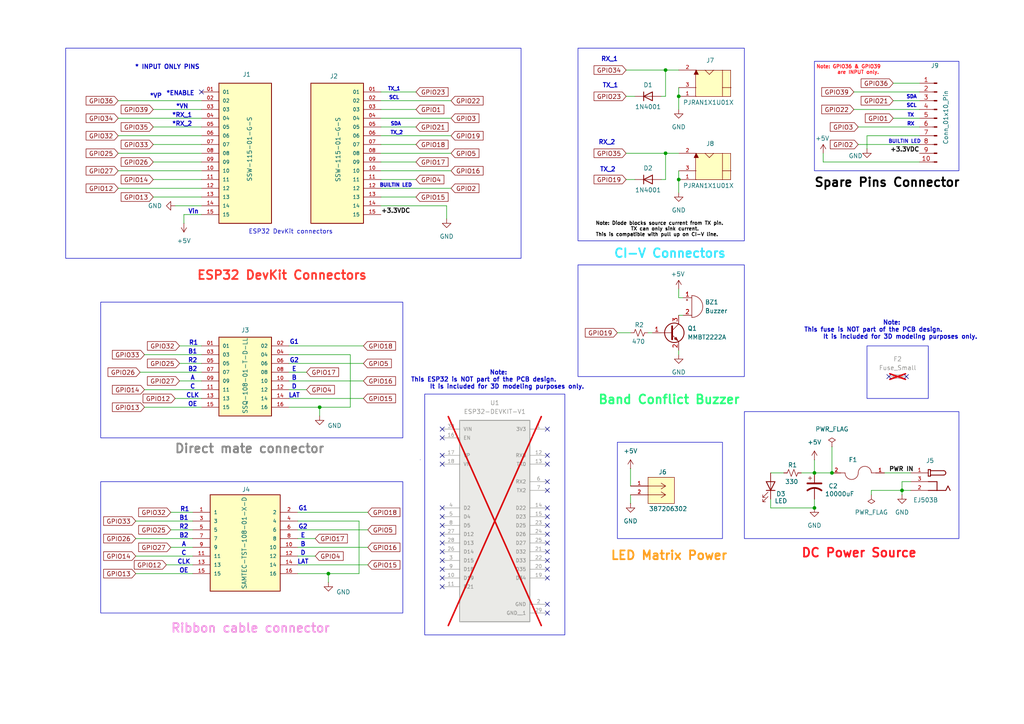
<source format=kicad_sch>
(kicad_sch (version 20250114) (generator "eeschema") (generator_version "9.0")
  (paper "A4")
  (title_block (title "PCARS Radio Station Band/Mode Display Controller Board") (date "2025-04-17") (rev "1.0") (company "DL Designs"))
  (lib_symbols
    (symbol "3568-15:3568-15" (pin_names (offset 1.016))
      (property "Reference" "F" (at -2.54 5.08 0))
      (property "Value" "3568-15" (at -2.54 -5.08 0))
      (symbol "3568-15_0_0"
        (pin passive line (at -7.62 0 0) (length 2.54) (name "~") (number "1"))
        (pin passive line (at 7.62 0 180) (length 2.54) (name "~") (number "2"))
      )
    )
    (symbol "387206302:387206302" (pin_names (offset 1.016))
      (property "Reference" "J" (at 4.1656 5.3086 0))
      (property "Value" "387206302" (at 4.8006 -1.0414 0))
      (symbol "387206302_0_0"
        (pin passive line (at 0 0 0) (length 5.08) (name "~") (number "1"))
        (pin passive line (at 0 -2.54 0) (length 5.08) (name "~") (number "2"))
      )
    )
    (symbol "Connector:Conn_01x10_Pin" (pin_names (offset 1.016) (hide yes))
      (property "Reference" "J" (at 0 12.7 0))
      (property "Value" "Conn_01x10_Pin" (at 0 -15.24 0))
      (symbol "Conn_01x10_Pin_1_1"
        (pin passive line (at 5.08 10.16 180) (length 3.81) (name "Pin_1") (number "1"))
        (pin passive line (at 5.08 7.62 180) (length 3.81) (name "Pin_2") (number "2"))
        (pin passive line (at 5.08 5.08 180) (length 3.81) (name "Pin_3") (number "3"))
        (pin passive line (at 5.08 2.54 180) (length 3.81) (name "Pin_4") (number "4"))
        (pin passive line (at 5.08 0 180) (length 3.81) (name "Pin_5") (number "5"))
        (pin passive line (at 5.08 -2.54 180) (length 3.81) (name "Pin_6") (number "6"))
        (pin passive line (at 5.08 -5.08 180) (length 3.81) (name "Pin_7") (number "7"))
        (pin passive line (at 5.08 -7.62 180) (length 3.81) (name "Pin_8") (number "8"))
        (pin passive line (at 5.08 -10.16 180) (length 3.81) (name "Pin_9") (number "9"))
        (pin passive line (at 5.08 -12.7 180) (length 3.81) (name "Pin_10") (number "10"))
      )
    )
    (symbol "Device:Buzzer" (pin_names (offset 0.0254) (hide yes))
      (property "Reference" "BZ" (at 3.81 1.27 0))
      (property "Value" "Buzzer" (at 3.81 -1.27 0))
      (symbol "Buzzer_1_1"
        (pin passive line (at -2.54 2.54 0) (length 2.54) (name "+") (number "1"))
        (pin passive line (at -2.54 -2.54 0) (length 2.54) (name "-") (number "2"))
      )
    )
    (symbol "Device:C_Polarized_US" (pin_numbers (hide yes)) (pin_names (offset 0.254) (hide yes))
      (property "Reference" "C" (at 0.635 2.54 0))
      (property "Value" "C_Polarized_US" (at 0.635 -2.54 0))
      (symbol "C_Polarized_US_1_1"
        (pin passive line (at 0 3.81 270) (length 2.794) (name "~") (number "1"))
        (pin passive line (at 0 -3.81 90) (length 3.302) (name "~") (number "2"))
      )
    )
    (symbol "Device:Fuse_Small" (pin_numbers (hide yes)) (pin_names (offset 0.254) (hide yes))
      (property "Reference" "F" (at 0 -1.524 0))
      (property "Value" "Fuse_Small" (at 0 1.524 0))
      (symbol "Fuse_Small_1_1"
        (pin passive line (at -2.54 0 0) (length 1.27) (name "~") (number "1"))
        (pin passive line (at 2.54 0 180) (length 1.27) (name "~") (number "2"))
      )
    )
    (symbol "Device:LED" (pin_numbers (hide yes)) (pin_names (offset 1.016) (hide yes))
      (property "Reference" "D" (at 0 2.54 0))
      (property "Value" "LED" (at 0 -2.54 0))
      (symbol "LED_1_1"
        (pin passive line (at -3.81 0 0) (length 2.54) (name "K") (number "1"))
        (pin passive line (at 3.81 0 180) (length 2.54) (name "A") (number "2"))
      )
    )
    (symbol "Device:R_Small_US" (pin_numbers (hide yes)) (pin_names (offset 0.254) (hide yes))
      (property "Reference" "R" (at 0.762 0.508 0))
      (property "Value" "R_Small_US" (at 0.762 -1.016 0))
      (symbol "R_Small_US_1_1"
        (pin passive line (at 0 2.54 270) (length 1.016) (name "~") (number "1"))
        (pin passive line (at 0 -2.54 90) (length 1.016) (name "~") (number "2"))
      )
    )
    (symbol "Diode:1N4001" (pin_numbers (hide yes)) (pin_names (hide yes))
      (property "Reference" "D" (at 0 2.54 0))
      (property "Value" "1N4001" (at 0 -2.54 0))
      (symbol "1N4001_1_1"
        (pin passive line (at -3.81 0 0) (length 2.54) (name "K") (number "1"))
        (pin passive line (at 3.81 0 180) (length 2.54) (name "A") (number "2"))
      )
    )
    (symbol "EJ503B:EJ503B" (pin_names (offset 1.016))
      (property "Reference" "J" (at -5.08 5.08 0))
      (property "Value" "EJ503B" (at -5.08 -7.62 0))
      (symbol "EJ503B_0_0"
        (pin passive line (at 5.08 2.54 180) (length 5.08) (name "~") (number "1"))
        (pin passive line (at 5.08 0 180) (length 5.08) (name "~") (number "3"))
        (pin passive line (at 5.08 -2.54 180) (length 5.08) (name "~") (number "2"))
      )
    )
    (symbol "ESP32-DEVKIT-V1:ESP32-DEVKIT-V1" (pin_names (offset 1.016))
      (property "Reference" "U" (at -10.16 30.48 0))
      (property "Value" "ESP32-DEVKIT-V1" (at -10.16 -33.02 0))
      (symbol "ESP32-DEVKIT-V1_0_0"
        (pin input line (at -15.24 25.4 0) (length 5.08) (name "VIN") (number "30"))
        (pin input line (at -15.24 22.86 0) (length 5.08) (name "EN") (number "16"))
        (pin bidirectional line (at -15.24 17.78 0) (length 5.08) (name "VP") (number "17"))
        (pin bidirectional line (at -15.24 15.24 0) (length 5.08) (name "VN") (number "18"))
        (pin bidirectional line (at -15.24 2.54 0) (length 5.08) (name "D2") (number "4"))
        (pin bidirectional line (at -15.24 0 0) (length 5.08) (name "D4") (number "5"))
        (pin bidirectional line (at -15.24 -2.54 0) (length 5.08) (name "D5") (number "8"))
        (pin bidirectional line (at -15.24 -5.08 0) (length 5.08) (name "D12") (number "27"))
        (pin bidirectional line (at -15.24 -7.62 0) (length 5.08) (name "D13") (number "28"))
        (pin bidirectional line (at -15.24 -10.16 0) (length 5.08) (name "D14") (number "26"))
        (pin bidirectional line (at -15.24 -12.7 0) (length 5.08) (name "D15") (number "3"))
        (pin bidirectional line (at -15.24 -15.24 0) (length 5.08) (name "D18") (number "9"))
        (pin bidirectional line (at -15.24 -17.78 0) (length 5.08) (name "D19") (number "10"))
        (pin bidirectional line (at -15.24 -20.32 0) (length 5.08) (name "D21") (number "11"))
        (pin output line (at 15.24 25.4 180) (length 5.08) (name "3V3") (number "1"))
        (pin input line (at 15.24 17.78 180) (length 5.08) (name "RX0") (number "12"))
        (pin output line (at 15.24 15.24 180) (length 5.08) (name "TX0") (number "13"))
        (pin input line (at 15.24 10.16 180) (length 5.08) (name "RX2") (number "6"))
        (pin output line (at 15.24 7.62 180) (length 5.08) (name "TX2") (number "7"))
        (pin bidirectional line (at 15.24 2.54 180) (length 5.08) (name "D22") (number "14"))
        (pin bidirectional line (at 15.24 0 180) (length 5.08) (name "D23") (number "15"))
        (pin bidirectional line (at 15.24 -2.54 180) (length 5.08) (name "D25") (number "23"))
        (pin bidirectional line (at 15.24 -5.08 180) (length 5.08) (name "D26") (number "24"))
        (pin bidirectional line (at 15.24 -7.62 180) (length 5.08) (name "D27") (number "25"))
        (pin bidirectional line (at 15.24 -10.16 180) (length 5.08) (name "D32") (number "21"))
        (pin bidirectional line (at 15.24 -12.7 180) (length 5.08) (name "D33") (number "22"))
        (pin bidirectional line (at 15.24 -15.24 180) (length 5.08) (name "D35") (number "20"))
        (pin bidirectional line (at 15.24 -17.78 180) (length 5.08) (name "D34") (number "19"))
        (pin power_in line (at 15.24 -25.4 180) (length 5.08) (name "GND") (number "2"))
        (pin power_in line (at 15.24 -27.94 180) (length 5.08) (name "GND__1") (number "29"))
      )
    )
    (symbol "PJRAN1X1U01X:PJRAN1X1U01X" (pin_names (offset 1.016))
      (property "Reference" "J" (at -5.08 8.89 0))
      (property "Value" "PJRAN1X1U01X" (at -5.08 -7.62 0))
      (symbol "PJRAN1X1U01X_0_0"
        (pin passive line (at 7.62 5.08 180) (length 5.08) (name "~") (number "2"))
        (pin passive line (at 7.62 0 180) (length 5.08) (name "~") (number "3"))
        (pin passive line (at 7.62 -2.54 180) (length 5.08) (name "~") (number "1"))
      )
    )
    (symbol "SAMTEC-TST-108-01-X-D:SAMTEC-TST-108-01-X-D" (pin_names (offset 1.016))
      (property "Reference" "J4" (at 10.414 6.604 0))
      (property "Value" "SAMTEC-TST-108-01-X-D" (at 9.906 -8.89 90))
      (symbol "SAMTEC-TST-108-01-X-D_0_0"
        (text private ">PARTNO" (at 0 -25.4 0) (effects (font (size 2.286 2.286)) (justify left bottom)))
        (text private "SAMTEC-TST-108-01-X-D" (at 0 -30.48 0) (effects (font (size 2.286 2.286)) (justify left bottom)))
        (pin passive line (at -5.08 0 0) (length 5.08) (name "1") (number "1"))
        (pin passive line (at -5.08 -2.54 0) (length 5.08) (name "3") (number "3"))
        (pin passive line (at -5.08 -5.08 0) (length 5.08) (name "5") (number "5"))
        (pin passive line (at -5.08 -7.62 0) (length 5.08) (name "7") (number "7"))
        (pin passive line (at -5.08 -10.16 0) (length 5.08) (name "9") (number "9"))
        (pin passive line (at -5.08 -12.7 0) (length 5.08) (name "11") (number "11"))
        (pin passive line (at -5.08 -15.24 0) (length 5.08) (name "13") (number "13"))
        (pin passive line (at -5.08 -17.78 0) (length 5.08) (name "15") (number "15"))
        (pin passive line (at 25.4 0 180) (length 5.08) (name "2") (number "2"))
        (pin passive line (at 25.4 -2.54 180) (length 5.08) (name "4") (number "4"))
        (pin passive line (at 25.4 -5.08 180) (length 5.08) (name "6") (number "6"))
        (pin passive line (at 25.4 -7.62 180) (length 5.08) (name "8") (number "8"))
        (pin passive line (at 25.4 -10.16 180) (length 5.08) (name "10") (number "10"))
        (pin passive line (at 25.4 -12.7 180) (length 5.08) (name "12") (number "12"))
        (pin passive line (at 25.4 -15.24 180) (length 5.08) (name "14") (number "14"))
        (pin passive line (at 25.4 -17.78 180) (length 5.08) (name "16") (number "16"))
      )
    )
    (symbol "SSQ-108-01-T-D-LL:SSQ-108-01-T-D-LL" (pin_names (offset 1.016))
      (property "Reference" "J" (at -8.12 12.7 0))
      (property "Value" "SSQ-108-01-T-D-LL" (at -7.62 -12.7 0))
      (symbol "SSQ-108-01-T-D-LL_0_0"
        (pin passive line (at -12.7 10.16 0) (length 5.08) (name "01") (number "01"))
        (pin passive line (at -12.7 7.62 0) (length 5.08) (name "03") (number "03"))
        (pin passive line (at -12.7 5.08 0) (length 5.08) (name "05") (number "05"))
        (pin passive line (at -12.7 2.54 0) (length 5.08) (name "07") (number "07"))
        (pin passive line (at -12.7 0 0) (length 5.08) (name "09") (number "09"))
        (pin passive line (at -12.7 -2.54 0) (length 5.08) (name "11") (number "11"))
        (pin passive line (at -12.7 -5.08 0) (length 5.08) (name "13") (number "13"))
        (pin passive line (at -12.7 -7.62 0) (length 5.08) (name "15") (number "15"))
        (pin passive line (at 12.7 10.16 180) (length 5.08) (name "02") (number "02"))
        (pin passive line (at 12.7 7.62 180) (length 5.08) (name "04") (number "04"))
        (pin passive line (at 12.7 5.08 180) (length 5.08) (name "06") (number "06"))
        (pin passive line (at 12.7 2.54 180) (length 5.08) (name "08") (number "08"))
        (pin passive line (at 12.7 0 180) (length 5.08) (name "10") (number "10"))
        (pin passive line (at 12.7 -2.54 180) (length 5.08) (name "12") (number "12"))
        (pin passive line (at 12.7 -5.08 180) (length 5.08) (name "14") (number "14"))
        (pin passive line (at 12.7 -7.62 180) (length 5.08) (name "16") (number "16"))
      )
    )
    (symbol "SSW-115-01-G-S:SSW-115-01-G-S" (pin_names (offset 1.016))
      (property "Reference" "J" (at -8.12 20.32 0))
      (property "Value" "SSW-115-01-G-S" (at -7.62 -22.86 0))
      (symbol "SSW-115-01-G-S_0_0"
        (pin passive line (at -12.7 17.78 0) (length 5.08) (name "01") (number "01"))
        (pin passive line (at -12.7 15.24 0) (length 5.08) (name "02") (number "02"))
        (pin passive line (at -12.7 12.7 0) (length 5.08) (name "03") (number "03"))
        (pin passive line (at -12.7 10.16 0) (length 5.08) (name "04") (number "04"))
        (pin passive line (at -12.7 7.62 0) (length 5.08) (name "05") (number "05"))
        (pin passive line (at -12.7 5.08 0) (length 5.08) (name "06") (number "06"))
        (pin passive line (at -12.7 2.54 0) (length 5.08) (name "07") (number "07"))
        (pin passive line (at -12.7 0 0) (length 5.08) (name "08") (number "08"))
        (pin passive line (at -12.7 -2.54 0) (length 5.08) (name "09") (number "09"))
        (pin passive line (at -12.7 -5.08 0) (length 5.08) (name "10") (number "10"))
        (pin passive line (at -12.7 -7.62 0) (length 5.08) (name "11") (number "11"))
        (pin passive line (at -12.7 -10.16 0) (length 5.08) (name "12") (number "12"))
        (pin passive line (at -12.7 -12.7 0) (length 5.08) (name "13") (number "13"))
        (pin passive line (at -12.7 -15.24 0) (length 5.08) (name "14") (number "14"))
        (pin passive line (at -12.7 -17.78 0) (length 5.08) (name "15") (number "15"))
      )
    )
    (symbol "Transistor_BJT:MMBT2222A" (pin_names (offset 0) (hide yes))
      (property "Reference" "Q" (at 5.08 1.905 0))
      (property "Value" "MMBT2222A" (at 5.08 0 0))
      (symbol "MMBT2222A_1_1"
        (pin input line (at -5.08 0 0) (length 2.54) (name "B") (number "1"))
        (pin passive line (at 2.54 5.08 270) (length 2.54) (name "C") (number "3"))
        (pin passive line (at 2.54 -5.08 90) (length 2.54) (name "E") (number "2"))
      )
    )
    (symbol "power:+5V" (power) (pin_numbers (hide yes)) (pin_names (offset 0) (hide yes))
      (property "Value" "+5V" (at 0 3.556 0))
      (symbol "+5V_1_1"
        (pin power_in line (at 0 0 90) (length 0) (name "~") (number "1"))
      )
    )
    (symbol "power:GND" (power) (pin_numbers (hide yes)) (pin_names (offset 0) (hide yes))
      (property "Value" "GND" (at 0 -3.81 0))
      (symbol "GND_1_1"
        (pin power_in line (at 0 0 270) (length 0) (name "~") (number "1"))
      )
    )
    (symbol "power:PWR_FLAG" (power) (pin_numbers (hide yes)) (pin_names (offset 0) (hide yes))
      (property "Value" "PWR_FLAG" (at 0 3.81 0))
      (symbol "PWR_FLAG_0_0"
        (pin power_out line (at 0 0 90) (length 0) (name "~") (number "1"))
      )
    )
  )
  (rectangle (start 121.92 133.35) (end 121.92 133.35))
  (rectangle (start 19.05 13.97) (end 151.13 74.93))
  (rectangle (start 123.19 114.3) (end 163.83 184.15))
  (rectangle (start 251.46 100.33) (end 269.24 115.57))
  (rectangle (start 179.07 128.27) (end 209.55 156.21))
  (rectangle (start 215.9 119.38) (end 278.13 156.21))
  (rectangle (start 236.22 17.78) (end 278.13 49.53))
  (rectangle (start 167.64 76.835) (end 215.9 109.22))
  (rectangle (start 29.21 87.63) (end 116.84 127))
  (rectangle (start 167.64 13.97) (end 215.9 69.85))
  (rectangle (start 29.21 139.7) (end 116.84 177.8))
  (text "TX" (at 264.16 33.528 0) (effects (font (size 1.016 1.016) (thickness 0.254) (bold yes))))
  (text "Ribbon cable connector" (at 72.644 182.372 0) (effects (font (size 2.54 2.54) (thickness 0.508) (bold yes))))
  (text "C" (at 55.88 112.268 0) (effects (font (size 1.27 1.27) (thickness 0.254) (bold yes))))
  (text "SCL" (at 114.3 28.448 0) (effects (font (size 1.016 1.016) (thickness 0.254) (bold yes))))
  (text "G1" (at 85.344 99.314 0) (effects (font (size 1.27 1.27) (thickness 0.254) (bold yes))))
  (text "TX_1" (at 177.038 24.892 0) (effects (font (size 1.27 1.27) (thickness 0.254) (bold yes))))
  (text "B2" (at 53.34 155.448 0) (effects (font (size 1.27 1.27) (thickness 0.254) (bold yes))))
  (text "B1" (at 53.34 150.368 0) (effects (font (size 1.27 1.27) (thickness 0.254) (bold yes))))
  (text "LED Matrix Power" (at 194.056 161.29 0) (effects (font (size 2.54 2.54) (thickness 0.508) (bold yes))))
  (text "TX_1" (at 114.3 25.908 0) (effects (font (size 1.016 1.016) (thickness 0.254) (bold yes))))
  (text "E" (at 85.344 107.188 0) (effects (font (size 1.27 1.27) (thickness 0.254) (bold yes))))
  (text "DC Power Source" (at 249.174 160.528 0) (effects (font (size 2.54 2.54) (thickness 0.508) (bold yes))))
  (text "B2" (at 55.88 107.188 0) (effects (font (size 1.27 1.27) (thickness 0.254) (bold yes))))
  (text "CLK" (at 53.34 163.068 0) (effects (font (size 1.27 1.27) (thickness 0.254) (bold yes))))
  (text "ESP32 DevKit connectors" (at 84.328 67.31 0) (effects (font (size 1.27 1.27))))
  (text "G2" (at 85.344 104.648 0) (effects (font (size 1.27 1.27) (thickness 0.254) (bold yes))))
  (text "*RX_2" (at 52.832 36.068 0) (effects (font (size 1.27 1.27) (thickness 0.254) (bold yes))))
  (text "TX_2" (at 176.276 49.276 0) (effects (font (size 1.27 1.27) (thickness 0.254) (bold yes))))
  (text "OE" (at 53.34 165.608 0) (effects (font (size 1.27 1.27) (thickness 0.254) (bold yes))))
  (text "BUILTIN LED" (at 114.808 53.848 0) (effects (font (size 1.016 1.016) (thickness 0.254) (bold yes))))
  (text "OE" (at 55.88 117.348 0) (effects (font (size 1.27 1.27) (thickness 0.254) (bold yes))))
  (text "Note: Diode blocks source current from TX pin.	\nTX can only sink current.	\nThis is compatible with pull up on CI-V line.  	\n" (at 197.104 66.548 0) (effects (font (size 1.016 1.016) (thickness 0.2032) (bold yes))))
  (text "B" (at 87.884 157.988 0) (effects (font (size 1.27 1.27) (thickness 0.254) (bold yes))))
  (text "D" (at 85.344 112.268 0) (effects (font (size 1.27 1.27) (thickness 0.254) (bold yes))))
  (text "Note:	\nThis ESP32 is NOT part of the PCB design.  	\nIt is included for 3D modeling purposes only." (at 147.066 110.236 0) (effects (font (size 1.27 1.27) (thickness 0.254) (bold yes))))
  (text "TX_2" (at 115.062 38.608 0) (effects (font (size 1.016 1.016) (thickness 0.254) (bold yes))))
  (text "Note: GPIO36 & GPIO39	\nare INPUT only." (at 248.92 20.32 0) (effects (font (size 1.016 1.016) (thickness 0.2032) (bold yes))))
  (text "R1" (at 56.134 99.568 0) (effects (font (size 1.27 1.27) (thickness 0.254) (bold yes))))
  (text "E" (at 87.884 155.448 0) (effects (font (size 1.27 1.27) (thickness 0.254) (bold yes))))
  (text "R1" (at 53.594 147.828 0) (effects (font (size 1.27 1.27) (thickness 0.254) (bold yes))))
  (text "RX_1" (at 176.784 17.272 0) (effects (font (size 1.27 1.27) (thickness 0.254) (bold yes))))
  (text "*VN" (at 52.832 30.988 0) (effects (font (size 1.27 1.27) (thickness 0.254) (bold yes))))
  (text "RX" (at 264.16 36.068 0) (effects (font (size 1.016 1.016) (thickness 0.254) (bold yes))))
  (text "Band Conflict Buzzer" (at 194.056 116.078 0) (effects (font (size 2.54 2.54) (thickness 0.508) (bold yes))))
  (text "G1" (at 87.884 147.574 0) (effects (font (size 1.27 1.27) (thickness 0.254) (bold yes))))
  (text "R2" (at 53.34 152.908 0) (effects (font (size 1.27 1.27) (thickness 0.254) (bold yes))))
  (text "SDA" (at 114.808 36.068 0) (effects (font (size 1.016 1.016) (thickness 0.254) (bold yes))))
  (text "*ENABLE" (at 52.324 27.178 0) (effects (font (size 1.27 1.27) (thickness 0.254) (bold yes))))
  (text "ESP32 DevKit Connectors" (at 81.788 80.01 0) (effects (font (size 2.54 2.54) (thickness 0.508) (bold yes))))
  (text "A" (at 53.34 157.988 0) (effects (font (size 1.27 1.27) (thickness 0.254) (bold yes))))
  (text "C" (at 53.34 160.528 0) (effects (font (size 1.27 1.27) (thickness 0.254) (bold yes))))
  (text "SCL" (at 264.414 30.734 0) (effects (font (size 1.016 1.016) (thickness 0.254) (bold yes))))
  (text "LAT" (at 85.344 114.808 0) (effects (font (size 1.27 1.27) (thickness 0.254) (bold yes))))
  (text "LAT" (at 87.884 163.068 0) (effects (font (size 1.27 1.27) (thickness 0.254) (bold yes))))
  (text "* INPUT ONLY PINS" (at 48.514 19.558 0) (effects (font (size 1.27 1.27) (thickness 0.254) (bold yes))))
  (text "Vin" (at 56.134 61.468 0) (effects (font (size 1.27 1.27) (thickness 0.254) (bold yes))))
  (text "CI-V Connectors" (at 194.31 73.66 0) (effects (font (size 2.54 2.54) (thickness 0.508) (bold yes))))
  (text "R2" (at 55.88 104.648 0) (effects (font (size 1.27 1.27) (thickness 0.254) (bold yes))))
  (text "A" (at 55.88 109.728 0) (effects (font (size 1.27 1.27) (thickness 0.254) (bold yes))))
  (text "B1" (at 55.88 102.108 0) (effects (font (size 1.27 1.27) (thickness 0.254) (bold yes))))
  (text "D" (at 87.884 160.528 0) (effects (font (size 1.27 1.27) (thickness 0.254) (bold yes))))
  (text "Direct mate connector" (at 72.39 130.302 0) (effects (font (size 2.54 2.54) (thickness 0.508) (bold yes))))
  (text "BUILTIN LED" (at 262.382 41.148 0) (effects (font (size 1.016 1.016) (thickness 0.2032) (bold yes))))
  (text "RX_2" (at 176.022 41.402 0) (effects (font (size 1.27 1.27) (thickness 0.254) (bold yes))))
  (text "*RX_1" (at 52.832 33.528 0) (effects (font (size 1.27 1.27) (thickness 0.254) (bold yes))))
  (text "CLK" (at 55.88 114.808 0) (effects (font (size 1.27 1.27) (thickness 0.254) (bold yes))))
  (text "SDA" (at 264.414 28.194 0) (effects (font (size 1.016 1.016) (thickness 0.254) (bold yes))))
  (text "Note:	\nThis fuse is NOT part of the PCB design.  	\nIt is included for 3D modeling purposes only." (at 261.112 95.758 0) (effects (font (size 1.27 1.27) (thickness 0.254) (bold yes))))
  (text "B" (at 85.344 109.728 0) (effects (font (size 1.27 1.27) (thickness 0.254) (bold yes))))
  (text "Spare Pins Connector" (at 257.302 53.086 0) (effects (font (size 2.54 2.54) (thickness 0.508) (bold yes))))
  (text "G2" (at 87.884 152.908 0) (effects (font (size 1.27 1.27) (thickness 0.254) (bold yes))))
  (text "*VP" (at 45.212 27.94 0) (effects (font (size 1.27 1.27) (thickness 0.254) (bold yes))))
  (junction (at 236.22 147.32))
  (junction (at 193.04 44.45))
  (junction (at 193.04 20.32))
  (junction (at 241.3 137.16))
  (junction (at 261.62 142.24))
  (junction (at 196.85 52.07))
  (junction (at 92.71 118.11))
  (junction (at 95.25 166.37))
  (junction (at 236.22 137.16))
  (junction (at 196.85 27.94))
  (no_connect (at 158.75 175.26))
  (no_connect (at 158.75 139.7))
  (no_connect (at 128.27 154.94))
  (no_connect (at 128.27 157.48))
  (no_connect (at 158.75 165.1))
  (no_connect (at 257.81 109.22))
  (no_connect (at 58.42 26.67))
  (no_connect (at 128.27 160.02))
  (no_connect (at 158.75 154.94))
  (no_connect (at 158.75 149.86))
  (no_connect (at 158.75 134.62))
  (no_connect (at 158.75 147.32))
  (no_connect (at 262.89 109.22))
  (no_connect (at 158.75 162.56))
  (no_connect (at 128.27 132.08))
  (no_connect (at 128.27 134.62))
  (no_connect (at 158.75 177.8))
  (no_connect (at 158.75 167.64))
  (no_connect (at 158.75 157.48))
  (no_connect (at 128.27 165.1))
  (no_connect (at 128.27 167.64))
  (no_connect (at 128.27 124.46))
  (no_connect (at 128.27 170.18))
  (no_connect (at 158.75 152.4))
  (no_connect (at 158.75 142.24))
  (no_connect (at 158.75 160.02))
  (no_connect (at 158.75 124.46))
  (no_connect (at 158.75 132.08))
  (no_connect (at 128.27 149.86))
  (no_connect (at 128.27 127))
  (no_connect (at 128.27 152.4))
  (no_connect (at 128.27 147.32))
  (no_connect (at 128.27 162.56))
  (wire (pts (xy 248.92 41.91) (xy 266.7 41.91)))
  (wire (pts (xy 44.45 41.91) (xy 58.42 41.91)))
  (wire (pts (xy 259.08 29.21) (xy 266.7 29.21)))
  (wire (pts (xy 44.45 57.15) (xy 58.42 57.15)))
  (wire (pts (xy 83.82 118.11) (xy 92.71 118.11)))
  (wire (pts (xy 83.82 102.87) (xy 101.6 102.87)))
  (wire (pts (xy 256.54 137.16) (xy 264.16 137.16)))
  (wire (pts (xy 110.49 44.45) (xy 130.81 44.45)))
  (wire (pts (xy 251.46 43.18) (xy 251.46 39.37)))
  (wire (pts (xy 238.76 44.45) (xy 238.76 46.99)))
  (wire (pts (xy 196.85 86.36) (xy 198.12 86.36)))
  (wire (pts (xy 110.49 57.15) (xy 120.65 57.15)))
  (wire (pts (xy 83.82 107.95) (xy 88.9 107.95)))
  (wire (pts (xy 241.3 137.16) (xy 236.22 137.16)))
  (wire (pts (xy 241.3 129.54) (xy 241.3 137.16)))
  (wire (pts (xy 232.41 137.16) (xy 236.22 137.16)))
  (wire (pts (xy 196.85 49.53) (xy 196.85 52.07)))
  (wire (pts (xy 101.6 102.87) (xy 101.6 118.11)))
  (wire (pts (xy 50.8 115.57) (xy 58.42 115.57)))
  (wire (pts (xy 53.34 62.23) (xy 53.34 64.77)))
  (wire (pts (xy 193.04 27.94) (xy 193.04 20.32)))
  (wire (pts (xy 248.92 36.83) (xy 266.7 36.83)))
  (wire (pts (xy 39.37 156.21) (xy 55.88 156.21)))
  (wire (pts (xy 44.45 52.07) (xy 58.42 52.07)))
  (wire (pts (xy 104.14 151.13) (xy 104.14 166.37)))
  (wire (pts (xy 247.65 26.67) (xy 266.7 26.67)))
  (wire (pts (xy 83.82 100.33) (xy 105.41 100.33)))
  (wire (pts (xy 92.71 118.11) (xy 101.6 118.11)))
  (wire (pts (xy 83.82 115.57) (xy 105.41 115.57)))
  (wire (pts (xy 39.37 166.37) (xy 55.88 166.37)))
  (wire (pts (xy 181.61 44.45) (xy 193.04 44.45)))
  (wire (pts (xy 95.25 168.91) (xy 95.25 166.37)))
  (wire (pts (xy 44.45 36.83) (xy 58.42 36.83)))
  (wire (pts (xy 110.49 29.21) (xy 130.81 29.21)))
  (wire (pts (xy 193.04 52.07) (xy 193.04 44.45)))
  (wire (pts (xy 182.88 135.89) (xy 182.88 140.97)))
  (wire (pts (xy 44.45 31.75) (xy 58.42 31.75)))
  (wire (pts (xy 49.53 158.75) (xy 55.88 158.75)))
  (wire (pts (xy 264.16 139.7) (xy 261.62 139.7)))
  (wire (pts (xy 110.49 49.53) (xy 130.81 49.53)))
  (wire (pts (xy 49.53 153.67) (xy 55.88 153.67)))
  (wire (pts (xy 223.52 144.78) (xy 223.52 147.32)))
  (wire (pts (xy 196.85 27.94) (xy 196.85 31.75)))
  (wire (pts (xy 252.73 142.24) (xy 261.62 142.24)))
  (wire (pts (xy 110.49 36.83) (xy 120.65 36.83)))
  (wire (pts (xy 193.04 44.45) (xy 196.85 44.45)))
  (wire (pts (xy 196.85 25.4) (xy 196.85 27.94)))
  (wire (pts (xy 58.42 59.69) (xy 50.8 59.69)))
  (wire (pts (xy 182.88 143.51) (xy 182.88 146.05)))
  (wire (pts (xy 39.37 151.13) (xy 55.88 151.13)))
  (wire (pts (xy 86.36 156.21) (xy 91.44 156.21)))
  (wire (pts (xy 252.73 143.51) (xy 252.73 142.24)))
  (wire (pts (xy 34.29 54.61) (xy 58.42 54.61)))
  (wire (pts (xy 251.46 39.37) (xy 266.7 39.37)))
  (wire (pts (xy 110.49 54.61) (xy 130.81 54.61)))
  (wire (pts (xy 34.29 29.21) (xy 58.42 29.21)))
  (wire (pts (xy 40.64 107.95) (xy 58.42 107.95)))
  (wire (pts (xy 39.37 161.29) (xy 55.88 161.29)))
  (wire (pts (xy 261.62 142.24) (xy 264.16 142.24)))
  (wire (pts (xy 34.29 44.45) (xy 58.42 44.45)))
  (wire (pts (xy 261.62 139.7) (xy 261.62 142.24)))
  (wire (pts (xy 110.49 59.69) (xy 129.54 59.69)))
  (wire (pts (xy 41.91 113.03) (xy 58.42 113.03)))
  (wire (pts (xy 52.07 110.49) (xy 58.42 110.49)))
  (wire (pts (xy 110.49 34.29) (xy 130.81 34.29)))
  (wire (pts (xy 196.85 52.07) (xy 196.85 55.88)))
  (wire (pts (xy 110.49 46.99) (xy 120.65 46.99)))
  (wire (pts (xy 261.62 142.24) (xy 261.62 143.51)))
  (wire (pts (xy 86.36 153.67) (xy 106.68 153.67)))
  (wire (pts (xy 83.82 110.49) (xy 105.41 110.49)))
  (wire (pts (xy 83.82 113.03) (xy 88.9 113.03)))
  (wire (pts (xy 259.08 24.13) (xy 266.7 24.13)))
  (wire (pts (xy 86.36 151.13) (xy 104.14 151.13)))
  (wire (pts (xy 86.36 163.83) (xy 106.68 163.83)))
  (wire (pts (xy 83.82 105.41) (xy 105.41 105.41)))
  (wire (pts (xy 86.36 158.75) (xy 106.68 158.75)))
  (wire (pts (xy 191.77 52.07) (xy 193.04 52.07)))
  (wire (pts (xy 41.91 118.11) (xy 58.42 118.11)))
  (wire (pts (xy 48.26 163.83) (xy 55.88 163.83)))
  (wire (pts (xy 196.85 101.6) (xy 196.85 102.87)))
  (wire (pts (xy 238.76 46.99) (xy 266.7 46.99)))
  (wire (pts (xy 58.42 62.23) (xy 53.34 62.23)))
  (wire (pts (xy 92.71 120.65) (xy 92.71 118.11)))
  (wire (pts (xy 95.25 166.37) (xy 104.14 166.37)))
  (wire (pts (xy 196.85 91.44) (xy 198.12 91.44)))
  (wire (pts (xy 34.29 34.29) (xy 58.42 34.29)))
  (wire (pts (xy 259.08 34.29) (xy 266.7 34.29)))
  (wire (pts (xy 86.36 148.59) (xy 106.68 148.59)))
  (wire (pts (xy 184.15 52.07) (xy 181.61 52.07)))
  (wire (pts (xy 223.52 137.16) (xy 227.33 137.16)))
  (wire (pts (xy 110.49 52.07) (xy 120.65 52.07)))
  (wire (pts (xy 49.53 148.59) (xy 55.88 148.59)))
  (wire (pts (xy 110.49 31.75) (xy 120.65 31.75)))
  (wire (pts (xy 86.36 166.37) (xy 95.25 166.37)))
  (wire (pts (xy 223.52 147.32) (xy 236.22 147.32)))
  (wire (pts (xy 236.22 147.32) (xy 236.22 144.78)))
  (wire (pts (xy 41.91 102.87) (xy 58.42 102.87)))
  (wire (pts (xy 181.61 20.32) (xy 193.04 20.32)))
  (wire (pts (xy 110.49 26.67) (xy 120.65 26.67)))
  (wire (pts (xy 179.07 96.52) (xy 182.88 96.52)))
  (wire (pts (xy 110.49 41.91) (xy 120.65 41.91)))
  (wire (pts (xy 34.29 49.53) (xy 58.42 49.53)))
  (wire (pts (xy 184.15 27.94) (xy 181.61 27.94)))
  (wire (pts (xy 187.96 96.52) (xy 189.23 96.52)))
  (wire (pts (xy 44.45 46.99) (xy 58.42 46.99)))
  (wire (pts (xy 86.36 161.29) (xy 91.44 161.29)))
  (wire (pts (xy 52.07 105.41) (xy 58.42 105.41)))
  (wire (pts (xy 196.85 83.82) (xy 196.85 86.36)))
  (wire (pts (xy 110.49 39.37) (xy 130.81 39.37)))
  (wire (pts (xy 34.29 39.37) (xy 58.42 39.37)))
  (wire (pts (xy 247.65 31.75) (xy 266.7 31.75)))
  (wire (pts (xy 193.04 20.32) (xy 196.85 20.32)))
  (wire (pts (xy 129.54 59.69) (xy 129.54 63.5)))
  (wire (pts (xy 236.22 137.16) (xy 236.22 133.35)))
  (wire (pts (xy 52.07 100.33) (xy 58.42 100.33)))
  (wire (pts (xy 191.77 27.94) (xy 193.04 27.94)))
  (label "PWR IN" (at 257.81 137.16 0) (effects (font (thickness 0.254) (bold yes))))
  (label "+3.3VDC" (at 266.7 44.45 180) (effects (font (thickness 0.254) (bold yes))))
  (label "+3.3VDC" (at 110.49 62.23 0) (effects (font (thickness 0.254) (bold yes))))
  (global_label "GPIO34" (shape input) (at 181.61 20.32 180) (property "Intersheetrefs" "${INTERSHEET_REFS}" (effects (hide yes))))
  (global_label "GPIO17" (shape input) (at 88.9 107.95 0) (property "Intersheetrefs" "${INTERSHEET_REFS}" (effects (hide yes))))
  (global_label "GPIO22" (shape input) (at 130.81 29.21 0) (property "Intersheetrefs" "${INTERSHEET_REFS}" (effects (hide yes))))
  (global_label "GPIO14" (shape input) (at 41.91 113.03 180) (property "Intersheetrefs" "${INTERSHEET_REFS}" (effects (hide yes))))
  (global_label "GPIO2" (shape input) (at 248.92 41.91 180) (property "Intersheetrefs" "${INTERSHEET_REFS}" (effects (hide yes))))
  (global_label "GPIO19" (shape input) (at 179.07 96.52 180) (property "Intersheetrefs" "${INTERSHEET_REFS}" (effects (hide yes))))
  (global_label "GPIO19" (shape input) (at 130.81 39.37 0) (property "Intersheetrefs" "${INTERSHEET_REFS}" (effects (hide yes))))
  (global_label "GPIO22" (shape input) (at 247.65 31.75 180) (property "Intersheetrefs" "${INTERSHEET_REFS}" (effects (hide yes))))
  (global_label "GPIO27" (shape input) (at 49.53 158.75 180) (property "Intersheetrefs" "${INTERSHEET_REFS}" (effects (hide yes))))
  (global_label "GPIO17" (shape input) (at 120.65 46.99 0) (property "Intersheetrefs" "${INTERSHEET_REFS}" (effects (hide yes))))
  (global_label "GPIO13" (shape input) (at 41.91 118.11 180) (property "Intersheetrefs" "${INTERSHEET_REFS}" (effects (hide yes))))
  (global_label "GPIO32" (shape input) (at 52.07 100.33 180) (property "Intersheetrefs" "${INTERSHEET_REFS}" (effects (hide yes))))
  (global_label "GPIO23" (shape input) (at 181.61 27.94 180) (property "Intersheetrefs" "${INTERSHEET_REFS}" (effects (hide yes))))
  (global_label "GPIO25" (shape input) (at 34.29 44.45 180) (property "Intersheetrefs" "${INTERSHEET_REFS}" (effects (hide yes))))
  (global_label "GPIO18" (shape input) (at 120.65 41.91 0) (property "Intersheetrefs" "${INTERSHEET_REFS}" (effects (hide yes))))
  (global_label "GPIO27" (shape input) (at 34.29 49.53 180) (property "Intersheetrefs" "${INTERSHEET_REFS}" (effects (hide yes))))
  (global_label "GPIO12" (shape input) (at 34.29 54.61 180) (property "Intersheetrefs" "${INTERSHEET_REFS}" (effects (hide yes))))
  (global_label "GPIO5" (shape input) (at 105.41 105.41 0) (property "Intersheetrefs" "${INTERSHEET_REFS}" (effects (hide yes))))
  (global_label "GPIO16" (shape input) (at 105.41 110.49 0) (property "Intersheetrefs" "${INTERSHEET_REFS}" (effects (hide yes))))
  (global_label "GPIO1" (shape input) (at 120.65 31.75 0) (property "Intersheetrefs" "${INTERSHEET_REFS}" (effects (hide yes))))
  (global_label "GPIO39" (shape input) (at 44.45 31.75 180) (property "Intersheetrefs" "${INTERSHEET_REFS}" (effects (hide yes))))
  (global_label "GPIO23" (shape input) (at 120.65 26.67 0) (property "Intersheetrefs" "${INTERSHEET_REFS}" (effects (hide yes))))
  (global_label "GPIO25" (shape input) (at 49.53 153.67 180) (property "Intersheetrefs" "${INTERSHEET_REFS}" (effects (hide yes))))
  (global_label "GPIO33" (shape input) (at 41.91 102.87 180) (property "Intersheetrefs" "${INTERSHEET_REFS}" (effects (hide yes))))
  (global_label "GPIO12" (shape input) (at 48.26 163.83 180) (property "Intersheetrefs" "${INTERSHEET_REFS}" (effects (hide yes))))
  (global_label "GPIO32" (shape input) (at 49.53 148.59 180) (property "Intersheetrefs" "${INTERSHEET_REFS}" (effects (hide yes))))
  (global_label "GPIO26" (shape input) (at 44.45 46.99 180) (property "Intersheetrefs" "${INTERSHEET_REFS}" (effects (hide yes))))
  (global_label "GPIO33" (shape input) (at 44.45 41.91 180) (property "Intersheetrefs" "${INTERSHEET_REFS}" (effects (hide yes))))
  (global_label "GPIO15" (shape input) (at 106.68 163.83 0) (property "Intersheetrefs" "${INTERSHEET_REFS}" (effects (hide yes))))
  (global_label "GPIO35" (shape input) (at 44.45 36.83 180) (property "Intersheetrefs" "${INTERSHEET_REFS}" (effects (hide yes))))
  (global_label "GPIO5" (shape input) (at 106.68 153.67 0) (property "Intersheetrefs" "${INTERSHEET_REFS}" (effects (hide yes))))
  (global_label "GPIO27" (shape input) (at 52.07 110.49 180) (property "Intersheetrefs" "${INTERSHEET_REFS}" (effects (hide yes))))
  (global_label "GPIO32" (shape input) (at 34.29 39.37 180) (property "Intersheetrefs" "${INTERSHEET_REFS}" (effects (hide yes))))
  (global_label "GPIO36" (shape input) (at 259.08 24.13 180) (property "Intersheetrefs" "${INTERSHEET_REFS}" (effects (hide yes))))
  (global_label "GPIO15" (shape input) (at 120.65 57.15 0) (property "Intersheetrefs" "${INTERSHEET_REFS}" (effects (hide yes))))
  (global_label "GPIO18" (shape input) (at 106.68 148.59 0) (property "Intersheetrefs" "${INTERSHEET_REFS}" (effects (hide yes))))
  (global_label "GPIO33" (shape input) (at 39.37 151.13 180) (property "Intersheetrefs" "${INTERSHEET_REFS}" (effects (hide yes))))
  (global_label "GPIO14" (shape input) (at 39.37 161.29 180) (property "Intersheetrefs" "${INTERSHEET_REFS}" (effects (hide yes))))
  (global_label "GPIO21" (shape input) (at 120.65 36.83 0) (property "Intersheetrefs" "${INTERSHEET_REFS}" (effects (hide yes))))
  (global_label "GPIO25" (shape input) (at 52.07 105.41 180) (property "Intersheetrefs" "${INTERSHEET_REFS}" (effects (hide yes))))
  (global_label "GPIO13" (shape input) (at 44.45 57.15 180) (property "Intersheetrefs" "${INTERSHEET_REFS}" (effects (hide yes))))
  (global_label "GPIO34" (shape input) (at 34.29 34.29 180) (property "Intersheetrefs" "${INTERSHEET_REFS}" (effects (hide yes))))
  (global_label "GPIO19" (shape input) (at 181.61 52.07 180) (property "Intersheetrefs" "${INTERSHEET_REFS}" (effects (hide yes))))
  (global_label "GPIO21" (shape input) (at 259.08 29.21 180) (property "Intersheetrefs" "${INTERSHEET_REFS}" (effects (hide yes))))
  (global_label "GPIO3" (shape input) (at 248.92 36.83 180) (property "Intersheetrefs" "${INTERSHEET_REFS}" (effects (hide yes))))
  (global_label "GPIO12" (shape input) (at 50.8 115.57 180) (property "Intersheetrefs" "${INTERSHEET_REFS}" (effects (hide yes))))
  (global_label "GPIO15" (shape input) (at 105.41 115.57 0) (property "Intersheetrefs" "${INTERSHEET_REFS}" (effects (hide yes))))
  (global_label "GPIO16" (shape input) (at 130.81 49.53 0) (property "Intersheetrefs" "${INTERSHEET_REFS}" (effects (hide yes))))
  (global_label "GPIO4" (shape input) (at 120.65 52.07 0) (property "Intersheetrefs" "${INTERSHEET_REFS}" (effects (hide yes))))
  (global_label "GPIO14" (shape input) (at 44.45 52.07 180) (property "Intersheetrefs" "${INTERSHEET_REFS}" (effects (hide yes))))
  (global_label "GPIO16" (shape input) (at 106.68 158.75 0) (property "Intersheetrefs" "${INTERSHEET_REFS}" (effects (hide yes))))
  (global_label "GPIO18" (shape input) (at 105.41 100.33 0) (property "Intersheetrefs" "${INTERSHEET_REFS}" (effects (hide yes))))
  (global_label "GPIO13" (shape input) (at 39.37 166.37 180) (property "Intersheetrefs" "${INTERSHEET_REFS}" (effects (hide yes))))
  (global_label "GPIO1" (shape input) (at 259.08 34.29 180) (property "Intersheetrefs" "${INTERSHEET_REFS}" (effects (hide yes))))
  (global_label "GPIO3" (shape input) (at 130.81 34.29 0) (property "Intersheetrefs" "${INTERSHEET_REFS}" (effects (hide yes))))
  (global_label "GPIO39" (shape input) (at 247.65 26.67 180) (property "Intersheetrefs" "${INTERSHEET_REFS}" (effects (hide yes))))
  (global_label "GPIO4" (shape input) (at 91.44 161.29 0) (property "Intersheetrefs" "${INTERSHEET_REFS}" (effects (hide yes))))
  (global_label "GPIO35" (shape input) (at 181.61 44.45 180) (property "Intersheetrefs" "${INTERSHEET_REFS}" (effects (hide yes))))
  (global_label "GPIO26" (shape input) (at 40.64 107.95 180) (property "Intersheetrefs" "${INTERSHEET_REFS}" (effects (hide yes))))
  (global_label "GPIO17" (shape input) (at 91.44 156.21 0) (property "Intersheetrefs" "${INTERSHEET_REFS}" (effects (hide yes))))
  (global_label "GPIO26" (shape input) (at 39.37 156.21 180) (property "Intersheetrefs" "${INTERSHEET_REFS}" (effects (hide yes))))
  (global_label "GPIO2" (shape input) (at 130.81 54.61 0) (property "Intersheetrefs" "${INTERSHEET_REFS}" (effects (hide yes))))
  (global_label "GPIO5" (shape input) (at 130.81 44.45 0) (property "Intersheetrefs" "${INTERSHEET_REFS}" (effects (hide yes))))
  (global_label "GPIO36" (shape input) (at 34.29 29.21 180) (property "Intersheetrefs" "${INTERSHEET_REFS}" (effects (hide yes))))
  (global_label "GPIO4" (shape input) (at 88.9 113.03 0) (property "Intersheetrefs" "${INTERSHEET_REFS}" (effects (hide yes))))
  (symbol (lib_id "387206302:387206302") (at 182.88 140.97 0) (unit 1)
    (property "Reference" "J6" (at 191.008 136.906 0) (effects (justify left)))
    (property "Value" "387206302" (at 188.214 147.574 0) (effects (justify left)))
    (property "Footprint" "Footprints:CONN_SD-38720-002_02_MOL" (effects (hide yes)))
    (property "MF" "Molex" (effects (hide yes)))
    (property "Description_1" "2 Circuit 0.375 (9.53mm) Barrier Block Connector Screws" (effects (hide yes)))
    (property "Package" "None" (effects (hide yes)))
    (property "Price" "None" (effects (hide yes)))
    (property "Check_prices" "https://www.snapeda.com/parts/0387206302/Molex/view-part/?ref=eda" (effects (hide yes)))
    (property "Availability" "In Stock" (effects (hide yes)))
    (property "SnapEDA_Link" "https://www.snapeda.com/parts/0387206302/Molex/view-part/?ref=snap" (effects (hide yes)))
    (property "MP" "0387206302" (effects (hide yes)))
    (property "MFR_NAME" "Molex Connector Corporation" (effects (hide yes)))
    (property "MANUFACTURER_PART_NUMBER" "387206302" (effects (hide yes)))
  )
  (symbol (lib_id "PJRAN1X1U01X:PJRAN1X1U01X") (at 204.47 25.4 0) (mirror y) (unit 1)
    (property "Reference" "J7" (at 205.994 17.526 0))
    (property "Value" "PJRAN1X1U01X" (at 205.486 29.718 0))
    (property "Footprint" "Footprints:SWITCHCRAFT_PJRAN1X1U01X" (effects (hide yes)))
    (property "MF" "Switchcraft" (effects (hide yes)))
    (property "Description_1" "Connector, 1 POS R/A PHONO JACK | Switchcraft PJRAN1X1U01X" (effects (hide yes)))
    (property "Package" "None" (effects (hide yes)))
    (property "Price" "None" (effects (hide yes)))
    (property "Check_prices" "https://www.snapeda.com/parts/PJRAN1X1U01X/SWITCHCRAFT/view-part/?ref=eda" (effects (hide yes)))
    (property "MAXIMUM_PACKAGE_HIEGHT" "13mm" (effects (hide yes)))
    (property "STANDARD" "Manufacturer Recommendations" (effects (hide yes)))
    (property "PARTREV" "A" (effects (hide yes)))
    (property "SnapEDA_Link" "https://www.snapeda.com/parts/PJRAN1X1U01X/SWITCHCRAFT/view-part/?ref=snap" (effects (hide yes)))
    (property "MP" "PJRAN1X1U01X" (effects (hide yes)))
    (property "Availability" "In Stock" (effects (hide yes)))
    (property "MANUFACTURER" "Switchcraft" (effects (hide yes)))
  )
  (symbol (lib_id "Device:LED") (at 223.52 140.97 270) (mirror x) (unit 1)
    (property "Reference" "D3" (at 227.838 143.256 90) (effects (justify right)))
    (property "Value" "LED" (at 228.346 145.288 90) (effects (justify right)))
    (property "Footprint" "LED_SMD:LED_0805_2012Metric_Pad1.15x1.40mm_HandSolder" (effects (hide yes)))
    (property "Description" "Light emitting diode" (effects (hide yes)))
    (property "Sim.Pins" "1=K 2=A" (effects (hide yes)))
  )
  (symbol (lib_id "power:GND") (at 196.85 102.87 0) (unit 1)
    (property "Reference" "#PWR018" (effects (hide yes)))
    (property "Value" "GND" (at 196.85 107.95 0))
    (property "Description" "Power symbol creates a global label with name \"GND\" , ground" (effects (hide yes)))
  )
  (symbol (lib_id "SSW-115-01-G-S:SSW-115-01-G-S") (at 71.12 44.45 0) (unit 1)
    (property "Reference" "J1" (at 70.358 21.59 0) (effects (justify left)))
    (property "Value" "SSW-115-01-G-S" (at 72.39 33.782 90) (effects (justify right)))
    (property "Footprint" "Footprints:SAMTEC_SSW-115-01-G-S" (effects (hide yes)))
    (property "MF" "Samtec" (effects (hide yes)))
    (property "Description_1" "SOCKET, 2.54MM, 1X15 POSITION; Connector Systems:Board-to-Board; Pitch Spacing:2.54mm; No. of Rows:1Rows; No. of Contacts:15Contacts; Connector Mounting:Through Hole Mount; Product Range:SSW Series; Contact Material:Phosphor Bronze RoHS Compliant: Yes" (effects (hide yes)))
    (property "Package" "None" (effects (hide yes)))
    (property "Price" "None" (effects (hide yes)))
    (property "Check_prices" "https://www.snapeda.com/parts/SSW11501GS/Samtec/view-part/?ref=eda" (effects (hide yes)))
    (property "STANDARD" "Manufacturer Recommendations" (effects (hide yes)))
    (property "PARTREV" "R" (effects (hide yes)))
    (property "SnapEDA_Link" "https://www.snapeda.com/parts/SSW11501GS/Samtec/view-part/?ref=snap" (effects (hide yes)))
    (property "MP" "SSW11501GS" (effects (hide yes)))
    (property "Availability" "In Stock" (effects (hide yes)))
    (property "MANUFACTURER" "Samtec" (effects (hide yes)))
  )
  (symbol (lib_id "power:GND") (at 129.54 63.5 0) (unit 1)
    (property "Reference" "#PWR01" (effects (hide yes)))
    (property "Value" "GND" (at 129.54 68.58 0))
    (property "Description" "Power symbol creates a global label with name \"GND\" , ground" (effects (hide yes)))
  )
  (symbol (lib_id "power:GND") (at 236.22 147.32 0) (unit 1)
    (property "Reference" "#PWR012" (effects (hide yes)))
    (property "Value" "GND" (at 236.22 152.4 0))
    (property "Description" "Power symbol creates a global label with name \"GND\" , ground" (effects (hide yes)))
  )
  (symbol (lib_id "power:GND") (at 196.85 55.88 0) (unit 1)
    (property "Reference" "#PWR016" (effects (hide yes)))
    (property "Value" "GND" (at 196.85 60.96 0))
    (property "Description" "Power symbol creates a global label with name \"GND\" , ground" (effects (hide yes)))
  )
  (symbol (lib_id "Device:Buzzer") (at 200.66 88.9 0) (unit 1)
    (property "Reference" "BZ1" (at 204.47 87.6299 0) (effects (justify left)))
    (property "Value" "Buzzer" (at 204.47 90.1699 0) (effects (justify left)))
    (property "Footprint" "Buzzer_Beeper:Buzzer_12x9.5RM7.6" (effects (hide yes)))
    (property "Description" "Buzzer, polarized" (effects (hide yes)))
  )
  (symbol (lib_id "PJRAN1X1U01X:PJRAN1X1U01X") (at 204.47 49.53 0) (mirror y) (unit 1)
    (property "Reference" "J8" (at 205.994 41.656 0))
    (property "Value" "PJRAN1X1U01X" (at 205.486 53.848 0))
    (property "Footprint" "Footprints:SWITCHCRAFT_PJRAN1X1U01X" (effects (hide yes)))
    (property "MF" "Switchcraft" (effects (hide yes)))
    (property "Description_1" "Connector, 1 POS R/A PHONO JACK | Switchcraft PJRAN1X1U01X" (effects (hide yes)))
    (property "Package" "None" (effects (hide yes)))
    (property "Price" "None" (effects (hide yes)))
    (property "Check_prices" "https://www.snapeda.com/parts/PJRAN1X1U01X/SWITCHCRAFT/view-part/?ref=eda" (effects (hide yes)))
    (property "MAXIMUM_PACKAGE_HIEGHT" "13mm" (effects (hide yes)))
    (property "STANDARD" "Manufacturer Recommendations" (effects (hide yes)))
    (property "PARTREV" "A" (effects (hide yes)))
    (property "SnapEDA_Link" "https://www.snapeda.com/parts/PJRAN1X1U01X/SWITCHCRAFT/view-part/?ref=snap" (effects (hide yes)))
    (property "MP" "PJRAN1X1U01X" (effects (hide yes)))
    (property "Availability" "In Stock" (effects (hide yes)))
    (property "MANUFACTURER" "Switchcraft" (effects (hide yes)))
  )
  (symbol (lib_id "power:+5V") (at 196.85 83.82 0) (unit 1)
    (property "Reference" "#PWR019" (effects (hide yes)))
    (property "Value" "+5V" (at 196.596 79.502 0))
    (property "Description" "Power symbol creates a global label with name \"+5V\"" (effects (hide yes)))
  )
  (symbol (lib_id "power:GND") (at 251.46 43.18 0) (unit 1)
    (property "Reference" "#PWR014" (effects (hide yes)))
    (property "Value" "GND" (at 248.158 45.212 0))
    (property "Description" "Power symbol creates a global label with name \"GND\" , ground" (effects (hide yes)))
  )
  (symbol (lib_id "Diode:1N4001") (at 187.96 27.94 0) (unit 1)
    (property "Reference" "D1" (at 187.96 24.638 0))
    (property "Value" "1N4001" (at 187.96 30.988 0))
    (property "Footprint" "Diode_SMD:D_0805_2012Metric_Pad1.15x1.40mm_HandSolder" (effects (hide yes)))
    (property "Datasheet" "http://www.vishay.com/docs/88503/1n4001.pdf" (effects (hide yes)))
    (property "Description" "50V 1A General Purpose Rectifier Diode, DO-41" (effects (hide yes)))
    (property "Sim.Device" "D" (effects (hide yes)))
    (property "Sim.Pins" "1=K 2=A" (effects (hide yes)))
  )
  (symbol (lib_id "EJ503B:EJ503B") (at 269.24 139.7 0) (mirror y) (unit 1)
    (property "Reference" "J5" (at 269.748 133.604 0))
    (property "Value" "EJ503B" (at 268.478 145.034 0))
    (property "Footprint" "Footprints:MPD_EJ503B" (effects (hide yes)))
    (property "MF" "MPD (Memory Protection Devices)" (effects (hide yes)))
    (property "MAXIMUM_PACKAGE_HEIGHT" "11 mm" (effects (hide yes)))
    (property "Package" "None" (effects (hide yes)))
    (property "Price" "None" (effects (hide yes)))
    (property "Check_prices" "https://www.snapeda.com/parts/EJ503B/MPD/view-part/?ref=eda" (effects (hide yes)))
    (property "STANDARD" "Manufacturer Recommendations" (effects (hide yes)))
    (property "PARTREV" "B" (effects (hide yes)))
    (property "SnapEDA_Link" "https://www.snapeda.com/parts/EJ503B/MPD/view-part/?ref=snap" (effects (hide yes)))
    (property "MP" "EJ503B" (effects (hide yes)))
    (property "Description_1" "Power Barrel Connector Jack 2.50mm ID (0.098), 5.50mm OD (0.217) Through Hole, Right Angle" (effects (hide yes)))
    (property "Availability" "In Stock" (effects (hide yes)))
    (property "MANUFACTURER" "MPD" (effects (hide yes)))
  )
  (symbol (lib_id "power:GND") (at 50.8 59.69 270) (mirror x) (unit 1)
    (property "Reference" "#PWR05" (effects (hide yes)))
    (property "Value" "GND" (at 46.99 59.6899 90) (effects (justify right)))
    (property "Description" "Power symbol creates a global label with name \"GND\" , ground" (effects (hide yes)))
  )
  (symbol (lib_id "SSQ-108-01-T-D-LL:SSQ-108-01-T-D-LL") (at 71.12 110.49 0) (unit 1)
    (property "Reference" "J3" (at 71.12 95.758 0))
    (property "Value" "SSQ-108-01-T-D-LL" (at 71.12 108.966 90))
    (property "Footprint" "Footprints:SAMTEC_SSQ-108-01-T-D-LL" (effects (hide yes)))
    (property "MF" "Samtec" (effects (hide yes)))
    (property "Description_1" "16 Position Receptacle Connector 0.100 (2.54mm) Through Hole Tin" (effects (hide yes)))
    (property "Package" "None" (effects (hide yes)))
    (property "Price" "None" (effects (hide yes)))
    (property "Check_prices" "https://www.snapeda.com/parts/SSQ-108-01-T-D-LL/Samtec/view-part/?ref=eda" (effects (hide yes)))
    (property "STANDARD" "Manufacturer Recommendations" (effects (hide yes)))
    (property "PARTREV" "R" (effects (hide yes)))
    (property "SnapEDA_Link" "https://www.snapeda.com/parts/SSQ-108-01-T-D-LL/Samtec/view-part/?ref=snap" (effects (hide yes)))
    (property "MP" "SSQ-108-01-T-D-LL" (effects (hide yes)))
    (property "Availability" "In Stock" (effects (hide yes)))
    (property "MANUFACTURER" "Samtec" (effects (hide yes)))
  )
  (symbol (lib_id "power:PWR_FLAG") (at 241.3 129.54 0) (unit 1)
    (property "Reference" "#FLG01" (effects (hide yes)))
    (property "Value" "PWR_FLAG" (at 241.3 124.46 0))
    (property "Description" "Special symbol for telling ERC where power comes from" (effects (hide yes)))
  )
  (symbol (lib_id "power:GND") (at 196.85 31.75 0) (unit 1)
    (property "Reference" "#PWR015" (effects (hide yes)))
    (property "Value" "GND" (at 196.85 36.83 0))
    (property "Description" "Power symbol creates a global label with name \"GND\" , ground" (effects (hide yes)))
  )
  (symbol (lib_id "Device:Fuse_Small") (at 260.35 109.22 0) (unit 1) (exclude_from_sim yes) (in_bom no) (on_board no) (dnp yes)
    (property "Reference" "F2" (at 260.35 104.14 0))
    (property "Value" "Fuse_Small" (at 260.35 106.68 0))
    (property "Footprint" "Fuse:Fuse_Blade_Mini_directSolder" (effects (hide yes)))
    (property "Description" "Fuse, small symbol" (effects (hide yes)))
  )
  (symbol (lib_id "power:+5V") (at 236.22 133.35 0) (unit 1)
    (property "Reference" "#PWR03" (effects (hide yes)))
    (property "Value" "+5V" (at 236.22 128.27 0))
    (property "Description" "Power symbol creates a global label with name \"+5V\"" (effects (hide yes)))
  )
  (symbol (lib_id "Device:R_Small_US") (at 185.42 96.52 90) (unit 1)
    (property "Reference" "R2" (at 185.42 94.234 90))
    (property "Value" "470" (at 185.166 99.06 90))
    (property "Footprint" "Resistor_SMD:R_0805_2012Metric_Pad1.20x1.40mm_HandSolder" (effects (hide yes)))
    (property "Description" "Resistor, small US symbol" (effects (hide yes)))
  )
  (symbol (lib_id "power:+5V") (at 238.76 44.45 0) (unit 1)
    (property "Reference" "#PWR017" (effects (hide yes)))
    (property "Value" "+5V" (at 238.506 40.132 0))
    (property "Description" "Power symbol creates a global label with name \"+5V\"" (effects (hide yes)))
  )
  (symbol (lib_id "Device:C_Polarized_US") (at 236.22 140.97 0) (unit 1)
    (property "Reference" "C2" (at 240.284 140.97 0) (effects (justify left)))
    (property "Value" "10000uF" (at 239.268 143.256 0) (effects (justify left)))
    (property "Footprint" "Capacitor_THT:CP_Axial_L18.0mm_D8.0mm_P25.00mm_Horizontal" (effects (hide yes)))
    (property "Description" "Polarized capacitor, US symbol" (effects (hide yes)))
  )
  (symbol (lib_id "power:GND") (at 182.88 146.05 0) (unit 1)
    (property "Reference" "#PWR013" (effects (hide yes)))
    (property "Value" "GND" (at 182.88 151.13 0))
    (property "Description" "Power symbol creates a global label with name \"GND\" , ground" (effects (hide yes)))
  )
  (symbol (lib_id "Device:R_Small_US") (at 229.87 137.16 90) (unit 1)
    (property "Reference" "R1" (at 229.87 134.874 90))
    (property "Value" "330" (at 229.616 139.7 90))
    (property "Footprint" "Resistor_SMD:R_0805_2012Metric_Pad1.20x1.40mm_HandSolder" (effects (hide yes)))
    (property "Description" "Resistor, small US symbol" (effects (hide yes)))
  )
  (symbol (lib_id "Diode:1N4001") (at 187.96 52.07 0) (unit 1)
    (property "Reference" "D2" (at 187.96 48.768 0))
    (property "Value" "1N4001" (at 187.96 55.118 0))
    (property "Footprint" "Diode_SMD:D_0805_2012Metric_Pad1.15x1.40mm_HandSolder" (effects (hide yes)))
    (property "Datasheet" "http://www.vishay.com/docs/88503/1n4001.pdf" (effects (hide yes)))
    (property "Description" "50V 1A General Purpose Rectifier Diode, DO-41" (effects (hide yes)))
    (property "Sim.Device" "D" (effects (hide yes)))
    (property "Sim.Pins" "1=K 2=A" (effects (hide yes)))
  )
  (symbol (lib_id "ESP32-DEVKIT-V1:ESP32-DEVKIT-V1") (at 143.51 149.86 0) (unit 1) (exclude_from_sim yes) (in_bom no) (on_board no) (dnp yes)
    (property "Reference" "U1" (at 143.51 116.84 0))
    (property "Value" "ESP32-DEVKIT-V1" (at 143.51 119.38 0))
    (property "Footprint" "Footprints:MODULE_ESP32_DEVKIT_V1" (effects (hide yes)))
    (property "MF" "Do it" (effects (hide yes)))
    (property "MAXIMUM_PACKAGE_HEIGHT" "6.8 mm" (effects (hide yes)))
    (property "Package" "None" (effects (hide yes)))
    (property "Price" "None" (effects (hide yes)))
    (property "Check_prices" "https://www.snapeda.com/parts/ESP32-DEVKIT-V1/Do+it/view-part/?ref=eda" (effects (hide yes)))
    (property "STANDARD" "Manufacturer Recommendations" (effects (hide yes)))
    (property "PARTREV" "N/A" (effects (hide yes)))
    (property "SnapEDA_Link" "https://www.snapeda.com/parts/ESP32-DEVKIT-V1/Do+it/view-part/?ref=snap" (effects (hide yes)))
    (property "MP" "ESP32-DEVKIT-V1" (effects (hide yes)))
    (property "Description_1" "Dual core, Wi-Fi: 2.4 GHz up to 150 Mbits/s,BLE (Bluetooth Low Energy) and legacy Bluetooth, 32 bits, Up to 240 MHz" (effects (hide yes)))
    (property "Availability" "Not in stock" (effects (hide yes)))
    (property "MANUFACTURER" "DOIT" (effects (hide yes)))
  )
  (symbol (lib_id "Connector:Conn_01x10_Pin") (at 271.78 34.29 0) (mirror y) (unit 1)
    (property "Reference" "J9" (at 271.145 19.05 0))
    (property "Value" "Conn_01x10_Pin" (at 274.32 34.036 90))
    (property "Footprint" "Connector_PinSocket_2.54mm:PinSocket_1x10_P2.54mm_Vertical" (effects (hide yes)))
    (property "Description" "Generic connector, single row, 01x10, script generated" (effects (hide yes)))
  )
  (symbol (lib_id "Transistor_BJT:MMBT2222A") (at 194.31 96.52 0) (unit 1)
    (property "Reference" "Q1" (at 199.39 95.2499 0) (effects (justify left)))
    (property "Value" "MMBT2222A" (at 199.39 97.7899 0) (effects (justify left)))
    (property "Footprint" "Package_TO_SOT_SMD:SOT-23" (effects (hide yes)))
    (property "Datasheet" "https://assets.nexperia.com/documents/data-sheet/MMBT2222A.pdf" (effects (hide yes)))
    (property "Description" "600mA Ic, 40V Vce, NPN Transistor, SOT-23" (effects (hide yes)))
  )
  (symbol (lib_id "power:GND") (at 95.25 168.91 0) (mirror y) (unit 1)
    (property "Reference" "#PWR09" (effects (hide yes)))
    (property "Value" "GND" (at 97.536 171.704 0) (effects (justify right)))
    (property "Description" "Power symbol creates a global label with name \"GND\" , ground" (effects (hide yes)))
  )
  (symbol (lib_id "SAMTEC-TST-108-01-X-D:SAMTEC-TST-108-01-X-D") (at 60.96 148.59 0) (unit 1)
    (property "Reference" "J4" (at 71.374 141.986 0))
    (property "Value" "SAMTEC-TST-108-01-X-D" (at 70.866 157.48 90))
    (property "Footprint" "Footprints:SAMTEC-TST-108-01-X-D" (effects (hide yes)))
    (property "MF" "Samtec" (effects (hide yes)))
    (property "Description_1" "TST - Samtec 2.54mm Shrouded Through Hole Terminal Strip  Cable Mate" (effects (hide yes)))
    (property "Package" "None" (effects (hide yes)))
    (property "Price" "None" (effects (hide yes)))
    (property "SnapEDA_Link" "https://www.snapeda.com/parts/TST-108-01-T-D/Samtec/view-part/?ref=snap" (effects (hide yes)))
    (property "MP" "TST-108-01-T-D" (effects (hide yes)))
    (property "Availability" "In Stock" (effects (hide yes)))
    (property "Check_prices" "https://www.snapeda.com/parts/TST-108-01-T-D/Samtec/view-part/?ref=eda" (effects (hide yes)))
  )
  (symbol (lib_id "power:PWR_FLAG") (at 252.73 143.51 180) (unit 1)
    (property "Reference" "#FLG03" (effects (hide yes)))
    (property "Value" "PWR_FLAG" (at 252.73 148.59 0))
    (property "Description" "Special symbol for telling ERC where power comes from" (effects (hide yes)))
  )
  (symbol (lib_id "power:GND") (at 261.62 143.51 0) (unit 1)
    (property "Reference" "#PWR04" (effects (hide yes)))
    (property "Value" "GND" (at 261.62 148.59 0))
    (property "Description" "Power symbol creates a global label with name \"GND\" , ground" (effects (hide yes)))
  )
  (symbol (lib_id "power:GND") (at 92.71 120.65 0) (mirror y) (unit 1)
    (property "Reference" "#PWR08" (effects (hide yes)))
    (property "Value" "GND" (at 94.996 123.444 0) (effects (justify right)))
    (property "Description" "Power symbol creates a global label with name \"GND\" , ground" (effects (hide yes)))
  )
  (symbol (lib_id "power:+5V") (at 53.34 64.77 0) (mirror x) (unit 1)
    (property "Reference" "#PWR06" (effects (hide yes)))
    (property "Value" "+5V" (at 53.34 69.85 0))
    (property "Description" "Power symbol creates a global label with name \"+5V\"" (effects (hide yes)))
  )
  (symbol (lib_id "SSW-115-01-G-S:SSW-115-01-G-S") (at 97.79 44.45 0) (mirror y) (unit 1)
    (property "Reference" "J2" (at 98.044 22.098 0) (effects (justify left)))
    (property "Value" "SSW-115-01-G-S" (at 98.044 52.832 90) (effects (justify left)))
    (property "Footprint" "Footprints:SAMTEC_SSW-115-01-G-S" (effects (hide yes)))
    (property "MF" "Samtec" (effects (hide yes)))
    (property "Description_1" "SOCKET, 2.54MM, 1X15 POSITION; Connector Systems:Board-to-Board; Pitch Spacing:2.54mm; No. of Rows:1Rows; No. of Contacts:15Contacts; Connector Mounting:Through Hole Mount; Product Range:SSW Series; Contact Material:Phosphor Bronze RoHS Compliant: Yes" (effects (hide yes)))
    (property "Package" "None" (effects (hide yes)))
    (property "Price" "None" (effects (hide yes)))
    (property "Check_prices" "https://www.snapeda.com/parts/SSW11501GS/Samtec/view-part/?ref=eda" (effects (hide yes)))
    (property "STANDARD" "Manufacturer Recommendations" (effects (hide yes)))
    (property "PARTREV" "R" (effects (hide yes)))
    (property "SnapEDA_Link" "https://www.snapeda.com/parts/SSW11501GS/Samtec/view-part/?ref=snap" (effects (hide yes)))
    (property "MP" "SSW11501GS" (effects (hide yes)))
    (property "Availability" "In Stock" (effects (hide yes)))
    (property "MANUFACTURER" "Samtec" (effects (hide yes)))
  )
  (symbol (lib_id "3568-15:3568-15") (at 248.92 137.16 0) (mirror y) (unit 1)
    (property "Reference" "F1" (at 247.396 133.35 0))
    (property "Value" "3568-15" (effects (hide yes)))
    (property "Footprint" "Footprints:FUSE_3568-15" (effects (hide yes)))
    (property "MF" "Keystone" (effects (hide yes)))
    (property "MAXIMUM_PACKAGE_HEIGHT" "7.37 mm" (effects (hide yes)))
    (property "Package" "None" (effects (hide yes)))
    (property "Price" "None" (effects (hide yes)))
    (property "Check_prices" "https://www.snapeda.com/parts/3568-15/Keystone/view-part/?ref=eda" (effects (hide yes)))
    (property "STANDARD" "Manufacturer Recommendations" (effects (hide yes)))
    (property "PARTREV" "C" (effects (hide yes)))
    (property "SnapEDA_Link" "https://www.snapeda.com/parts/3568-15/Keystone/view-part/?ref=snap" (effects (hide yes)))
    (property "MP" "3568-15" (effects (hide yes)))
    (property "Description_1" "Holder,THM-Vertical Entry,Mini Automotive Fuse Holder,30 Amps,1 Fuse,Blue | Keystone Electronics 3568-15" (effects (hide yes)))
    (property "SNAPEDA_PN" "3568" (effects (hide yes)))
    (property "Availability" "In Stock" (effects (hide yes)))
    (property "MANUFACTURER" "Keystone" (effects (hide yes)))
  )
  (symbol (lib_id "power:+5V") (at 182.88 135.89 0) (unit 1)
    (property "Reference" "#PWR011" (effects (hide yes)))
    (property "Value" "+5V" (at 182.88 130.81 0))
    (property "Description" "Power symbol creates a global label with name \"+5V\"" (effects (hide yes)))
  )
)
</source>
